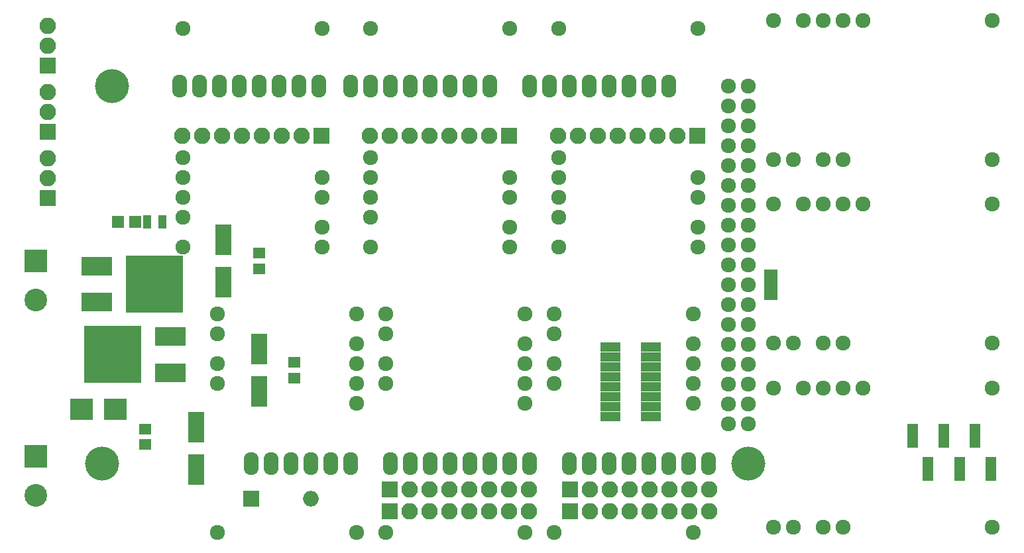
<source format=gbr>
G04 #@! TF.FileFunction,Soldermask,Top*
%FSLAX46Y46*%
G04 Gerber Fmt 4.6, Leading zero omitted, Abs format (unit mm)*
G04 Created by KiCad (PCBNEW 4.0.6+dfsg1-1) date Sun Mar 11 01:01:58 2018*
%MOMM*%
%LPD*%
G01*
G04 APERTURE LIST*
%ADD10C,0.100000*%
%ADD11C,1.924000*%
%ADD12O,1.924000X2.940000*%
%ADD13C,4.337000*%
%ADD14R,2.100000X2.100000*%
%ADD15O,2.100000X2.100000*%
%ADD16R,1.650000X1.400000*%
%ADD17R,2.000000X3.900000*%
%ADD18R,2.900000X2.700000*%
%ADD19R,2.900000X2.900000*%
%ADD20C,2.900000*%
%ADD21R,2.500000X1.150000*%
%ADD22R,3.900000X2.400000*%
%ADD23R,7.400000X7.400000*%
%ADD24R,1.400000X3.150000*%
%ADD25R,2.000000X2.000000*%
%ADD26O,2.000000X2.000000*%
%ADD27R,1.600000X1.600000*%
%ADD28R,1.100000X1.700000*%
%ADD29R,1.670000X1.370000*%
G04 APERTURE END LIST*
D10*
D11*
X170550000Y-67730000D03*
X170550000Y-65190000D03*
X170550000Y-61380000D03*
X170550000Y-58840000D03*
X152770000Y-67730000D03*
X152770000Y-39790000D03*
X170550000Y-39790000D03*
X152770000Y-63920000D03*
X152770000Y-61380000D03*
X152770000Y-58840000D03*
X152770000Y-56300000D03*
D12*
X173080000Y-47200000D03*
X175620000Y-47200000D03*
X178160000Y-47200000D03*
X180700000Y-47200000D03*
X183240000Y-47200000D03*
X185780000Y-47200000D03*
X188320000Y-47200000D03*
X190860000Y-47200000D03*
X195940000Y-95460000D03*
X193400000Y-95460000D03*
X190860000Y-95460000D03*
X188320000Y-95460000D03*
X178160000Y-95460000D03*
X173080000Y-95460000D03*
X170540000Y-95460000D03*
X180700000Y-95460000D03*
X183240000Y-95460000D03*
X185780000Y-95460000D03*
X168000000Y-95460000D03*
X165460000Y-95460000D03*
X162920000Y-95460000D03*
X155300000Y-95460000D03*
X157840000Y-95460000D03*
X160380000Y-95460000D03*
X150220000Y-95460000D03*
X147680000Y-95460000D03*
X145140000Y-95460000D03*
X140060000Y-95460000D03*
X137520000Y-95460000D03*
X168000000Y-47200000D03*
X165460000Y-47200000D03*
X162920000Y-47200000D03*
X160380000Y-47200000D03*
X157840000Y-47200000D03*
X155300000Y-47200000D03*
X152760000Y-47200000D03*
X150220000Y-47200000D03*
X146156000Y-47200000D03*
X143616000Y-47200000D03*
X141076000Y-47200000D03*
X138536000Y-47200000D03*
X135996000Y-47200000D03*
X133456000Y-47200000D03*
X130916000Y-47200000D03*
X128376000Y-47200000D03*
X142600000Y-95460000D03*
D13*
X201020000Y-95460000D03*
X119740000Y-47200000D03*
X118470000Y-95460000D03*
D11*
X198480000Y-49740000D03*
X201020000Y-49740000D03*
X198480000Y-52280000D03*
X201020000Y-52280000D03*
X198480000Y-54820000D03*
X201020000Y-54820000D03*
X198480000Y-57360000D03*
X201020000Y-57360000D03*
X198480000Y-47200000D03*
X201020000Y-47200000D03*
X201020000Y-59900000D03*
X198480000Y-59900000D03*
X198480000Y-62440000D03*
X201020000Y-62440000D03*
X198480000Y-64980000D03*
X201020000Y-64980000D03*
X198480000Y-67520000D03*
X201020000Y-67520000D03*
X198480000Y-70060000D03*
X201020000Y-70060000D03*
X198480000Y-72600000D03*
X201020000Y-72600000D03*
X198480000Y-75140000D03*
X201020000Y-75140000D03*
X198480000Y-77680000D03*
X201020000Y-77680000D03*
X198480000Y-80220000D03*
X201020000Y-80220000D03*
X198480000Y-82760000D03*
X201020000Y-82760000D03*
X198480000Y-85300000D03*
X201020000Y-85300000D03*
X198480000Y-87840000D03*
X201020000Y-87840000D03*
X198480000Y-90380000D03*
X201020000Y-90380000D03*
X204270000Y-56550000D03*
X206810000Y-56550000D03*
X210620000Y-56550000D03*
X213160000Y-56550000D03*
X204270000Y-38770000D03*
X232210000Y-38770000D03*
X232210000Y-56550000D03*
X208080000Y-38770000D03*
X210620000Y-38770000D03*
X213160000Y-38770000D03*
X215700000Y-38770000D03*
D14*
X155250000Y-98750000D03*
D15*
X157790000Y-98750000D03*
X160330000Y-98750000D03*
X162870000Y-98750000D03*
X165410000Y-98750000D03*
X167950000Y-98750000D03*
X170490000Y-98750000D03*
X173030000Y-98750000D03*
D14*
X178250000Y-98750000D03*
D15*
X180790000Y-98750000D03*
X183330000Y-98750000D03*
X185870000Y-98750000D03*
X188410000Y-98750000D03*
X190950000Y-98750000D03*
X193490000Y-98750000D03*
X196030000Y-98750000D03*
D14*
X155250000Y-101500000D03*
D15*
X157790000Y-101500000D03*
X160330000Y-101500000D03*
X162870000Y-101500000D03*
X165410000Y-101500000D03*
X167950000Y-101500000D03*
X170490000Y-101500000D03*
X173030000Y-101500000D03*
D14*
X178250000Y-101500000D03*
D15*
X180790000Y-101500000D03*
X183330000Y-101500000D03*
X185870000Y-101500000D03*
X188410000Y-101500000D03*
X190950000Y-101500000D03*
X193490000Y-101500000D03*
X196030000Y-101500000D03*
D14*
X146500000Y-53500000D03*
D15*
X143960000Y-53500000D03*
X141420000Y-53500000D03*
X138880000Y-53500000D03*
X136340000Y-53500000D03*
X133800000Y-53500000D03*
X131260000Y-53500000D03*
X128720000Y-53500000D03*
D14*
X170500000Y-53500000D03*
D15*
X167960000Y-53500000D03*
X165420000Y-53500000D03*
X162880000Y-53500000D03*
X160340000Y-53500000D03*
X157800000Y-53500000D03*
X155260000Y-53500000D03*
X152720000Y-53500000D03*
D14*
X194500000Y-53500000D03*
D15*
X191960000Y-53500000D03*
X189420000Y-53500000D03*
X186880000Y-53500000D03*
X184340000Y-53500000D03*
X181800000Y-53500000D03*
X179260000Y-53500000D03*
X176720000Y-53500000D03*
D11*
X194550000Y-67730000D03*
X194550000Y-65190000D03*
X194550000Y-61380000D03*
X194550000Y-58840000D03*
X176770000Y-67730000D03*
X176770000Y-39790000D03*
X194550000Y-39790000D03*
X176770000Y-63920000D03*
X176770000Y-61380000D03*
X176770000Y-58840000D03*
X176770000Y-56300000D03*
X146550000Y-67730000D03*
X146550000Y-65190000D03*
X146550000Y-61380000D03*
X146550000Y-58840000D03*
X128770000Y-67730000D03*
X128770000Y-39790000D03*
X146550000Y-39790000D03*
X128770000Y-63920000D03*
X128770000Y-61380000D03*
X128770000Y-58840000D03*
X128770000Y-56300000D03*
X204270000Y-103550000D03*
X206810000Y-103550000D03*
X210620000Y-103550000D03*
X213160000Y-103550000D03*
X204270000Y-85770000D03*
X232210000Y-85770000D03*
X232210000Y-103550000D03*
X208080000Y-85770000D03*
X210620000Y-85770000D03*
X213160000Y-85770000D03*
X215700000Y-85770000D03*
X204270000Y-80050000D03*
X206810000Y-80050000D03*
X210620000Y-80050000D03*
X213160000Y-80050000D03*
X204270000Y-62270000D03*
X232210000Y-62270000D03*
X232210000Y-80050000D03*
X208080000Y-62270000D03*
X210620000Y-62270000D03*
X213160000Y-62270000D03*
X215700000Y-62270000D03*
X154700000Y-76270000D03*
X154700000Y-78810000D03*
X154700000Y-82620000D03*
X154700000Y-85160000D03*
X172480000Y-76270000D03*
X172480000Y-104210000D03*
X154700000Y-104210000D03*
X172480000Y-80080000D03*
X172480000Y-82620000D03*
X172480000Y-85160000D03*
X172480000Y-87700000D03*
X176200000Y-76270000D03*
X176200000Y-78810000D03*
X176200000Y-82620000D03*
X176200000Y-85160000D03*
X193980000Y-76270000D03*
X193980000Y-104210000D03*
X176200000Y-104210000D03*
X193980000Y-80080000D03*
X193980000Y-82620000D03*
X193980000Y-85160000D03*
X193980000Y-87700000D03*
X133200000Y-76270000D03*
X133200000Y-78810000D03*
X133200000Y-82620000D03*
X133200000Y-85160000D03*
X150980000Y-76270000D03*
X150980000Y-104210000D03*
X133200000Y-104210000D03*
X150980000Y-80080000D03*
X150980000Y-82620000D03*
X150980000Y-85160000D03*
X150980000Y-87700000D03*
D14*
X111500000Y-61500000D03*
D15*
X111500000Y-58960000D03*
X111500000Y-56420000D03*
D14*
X111500000Y-44500000D03*
D15*
X111500000Y-41960000D03*
X111500000Y-39420000D03*
D14*
X111500000Y-53000000D03*
D15*
X111500000Y-50460000D03*
X111500000Y-47920000D03*
D16*
X124000000Y-91000000D03*
X124000000Y-93000000D03*
D17*
X130500000Y-90800000D03*
X130500000Y-96200000D03*
D18*
X120150000Y-88500000D03*
X115850000Y-88500000D03*
D19*
X110000000Y-94500000D03*
D20*
X110000000Y-99500000D03*
D21*
X183415000Y-80555000D03*
X188585000Y-80555000D03*
X183415000Y-81825000D03*
X188585000Y-81825000D03*
X183415000Y-83095000D03*
X188585000Y-83095000D03*
X183415000Y-84365000D03*
X188585000Y-84365000D03*
X183415000Y-85635000D03*
X188585000Y-85635000D03*
X183415000Y-86905000D03*
X188585000Y-86905000D03*
X183415000Y-88175000D03*
X188585000Y-88175000D03*
X183415000Y-89445000D03*
X188585000Y-89445000D03*
D16*
X138500000Y-70500000D03*
X138500000Y-68500000D03*
D17*
X134000000Y-72200000D03*
X134000000Y-66800000D03*
X138500000Y-80800000D03*
X138500000Y-86200000D03*
D16*
X143000000Y-82500000D03*
X143000000Y-84500000D03*
D19*
X110000000Y-69500000D03*
D20*
X110000000Y-74500000D03*
D22*
X117800000Y-70210000D03*
X117800000Y-74790000D03*
D23*
X125200000Y-72510000D03*
D22*
X127200000Y-83790000D03*
X127200000Y-79210000D03*
D23*
X119800000Y-81490000D03*
D24*
X224000000Y-96125000D03*
X228000000Y-96125000D03*
X232000000Y-96125000D03*
X222000000Y-91875000D03*
X226000000Y-91875000D03*
X230000000Y-91875000D03*
D25*
X137500000Y-99900000D03*
D26*
X145120000Y-99900000D03*
D27*
X122700000Y-64500000D03*
X120500000Y-64500000D03*
D28*
X126150000Y-64500000D03*
X124250000Y-64500000D03*
D29*
X203900000Y-71330000D03*
X203900000Y-72600000D03*
X203900000Y-73870000D03*
M02*

</source>
